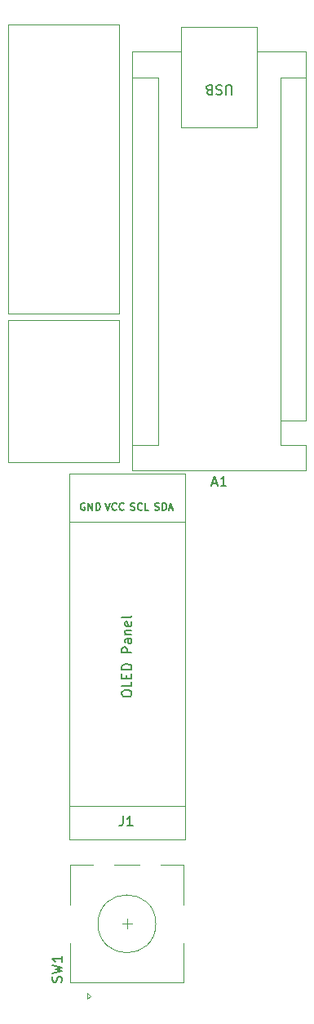
<source format=gbr>
%TF.GenerationSoftware,KiCad,Pcbnew,9.0.2*%
%TF.CreationDate,2025-08-07T20:28:25-04:00*%
%TF.ProjectId,3Dwelderpcbstuff,33447765-6c64-4657-9270-636273747566,rev?*%
%TF.SameCoordinates,Original*%
%TF.FileFunction,Legend,Top*%
%TF.FilePolarity,Positive*%
%FSLAX46Y46*%
G04 Gerber Fmt 4.6, Leading zero omitted, Abs format (unit mm)*
G04 Created by KiCad (PCBNEW 9.0.2) date 2025-08-07 20:28:25*
%MOMM*%
%LPD*%
G01*
G04 APERTURE LIST*
%ADD10C,0.150000*%
%ADD11C,0.040000*%
%ADD12C,0.120000*%
%ADD13C,0.100000*%
G04 APERTURE END LIST*
D10*
X134791666Y-120239819D02*
X134791666Y-120954104D01*
X134791666Y-120954104D02*
X134744047Y-121096961D01*
X134744047Y-121096961D02*
X134648809Y-121192200D01*
X134648809Y-121192200D02*
X134505952Y-121239819D01*
X134505952Y-121239819D02*
X134410714Y-121239819D01*
X135791666Y-121239819D02*
X135220238Y-121239819D01*
X135505952Y-121239819D02*
X135505952Y-120239819D01*
X135505952Y-120239819D02*
X135410714Y-120382676D01*
X135410714Y-120382676D02*
X135315476Y-120477914D01*
X135315476Y-120477914D02*
X135220238Y-120525533D01*
X132945000Y-87774164D02*
X133195000Y-88524164D01*
X133195000Y-88524164D02*
X133445000Y-87774164D01*
X134123571Y-88452735D02*
X134087857Y-88488450D01*
X134087857Y-88488450D02*
X133980714Y-88524164D01*
X133980714Y-88524164D02*
X133909286Y-88524164D01*
X133909286Y-88524164D02*
X133802143Y-88488450D01*
X133802143Y-88488450D02*
X133730714Y-88417021D01*
X133730714Y-88417021D02*
X133695000Y-88345592D01*
X133695000Y-88345592D02*
X133659286Y-88202735D01*
X133659286Y-88202735D02*
X133659286Y-88095592D01*
X133659286Y-88095592D02*
X133695000Y-87952735D01*
X133695000Y-87952735D02*
X133730714Y-87881307D01*
X133730714Y-87881307D02*
X133802143Y-87809878D01*
X133802143Y-87809878D02*
X133909286Y-87774164D01*
X133909286Y-87774164D02*
X133980714Y-87774164D01*
X133980714Y-87774164D02*
X134087857Y-87809878D01*
X134087857Y-87809878D02*
X134123571Y-87845592D01*
X134873571Y-88452735D02*
X134837857Y-88488450D01*
X134837857Y-88488450D02*
X134730714Y-88524164D01*
X134730714Y-88524164D02*
X134659286Y-88524164D01*
X134659286Y-88524164D02*
X134552143Y-88488450D01*
X134552143Y-88488450D02*
X134480714Y-88417021D01*
X134480714Y-88417021D02*
X134445000Y-88345592D01*
X134445000Y-88345592D02*
X134409286Y-88202735D01*
X134409286Y-88202735D02*
X134409286Y-88095592D01*
X134409286Y-88095592D02*
X134445000Y-87952735D01*
X134445000Y-87952735D02*
X134480714Y-87881307D01*
X134480714Y-87881307D02*
X134552143Y-87809878D01*
X134552143Y-87809878D02*
X134659286Y-87774164D01*
X134659286Y-87774164D02*
X134730714Y-87774164D01*
X134730714Y-87774164D02*
X134837857Y-87809878D01*
X134837857Y-87809878D02*
X134873571Y-87845592D01*
X130833571Y-87809878D02*
X130762143Y-87774164D01*
X130762143Y-87774164D02*
X130655000Y-87774164D01*
X130655000Y-87774164D02*
X130547857Y-87809878D01*
X130547857Y-87809878D02*
X130476428Y-87881307D01*
X130476428Y-87881307D02*
X130440714Y-87952735D01*
X130440714Y-87952735D02*
X130405000Y-88095592D01*
X130405000Y-88095592D02*
X130405000Y-88202735D01*
X130405000Y-88202735D02*
X130440714Y-88345592D01*
X130440714Y-88345592D02*
X130476428Y-88417021D01*
X130476428Y-88417021D02*
X130547857Y-88488450D01*
X130547857Y-88488450D02*
X130655000Y-88524164D01*
X130655000Y-88524164D02*
X130726428Y-88524164D01*
X130726428Y-88524164D02*
X130833571Y-88488450D01*
X130833571Y-88488450D02*
X130869285Y-88452735D01*
X130869285Y-88452735D02*
X130869285Y-88202735D01*
X130869285Y-88202735D02*
X130726428Y-88202735D01*
X131190714Y-88524164D02*
X131190714Y-87774164D01*
X131190714Y-87774164D02*
X131619285Y-88524164D01*
X131619285Y-88524164D02*
X131619285Y-87774164D01*
X131976428Y-88524164D02*
X131976428Y-87774164D01*
X131976428Y-87774164D02*
X132154999Y-87774164D01*
X132154999Y-87774164D02*
X132262142Y-87809878D01*
X132262142Y-87809878D02*
X132333571Y-87881307D01*
X132333571Y-87881307D02*
X132369285Y-87952735D01*
X132369285Y-87952735D02*
X132404999Y-88095592D01*
X132404999Y-88095592D02*
X132404999Y-88202735D01*
X132404999Y-88202735D02*
X132369285Y-88345592D01*
X132369285Y-88345592D02*
X132333571Y-88417021D01*
X132333571Y-88417021D02*
X132262142Y-88488450D01*
X132262142Y-88488450D02*
X132154999Y-88524164D01*
X132154999Y-88524164D02*
X131976428Y-88524164D01*
X134669819Y-107613571D02*
X134669819Y-107423095D01*
X134669819Y-107423095D02*
X134717438Y-107327857D01*
X134717438Y-107327857D02*
X134812676Y-107232619D01*
X134812676Y-107232619D02*
X135003152Y-107185000D01*
X135003152Y-107185000D02*
X135336485Y-107185000D01*
X135336485Y-107185000D02*
X135526961Y-107232619D01*
X135526961Y-107232619D02*
X135622200Y-107327857D01*
X135622200Y-107327857D02*
X135669819Y-107423095D01*
X135669819Y-107423095D02*
X135669819Y-107613571D01*
X135669819Y-107613571D02*
X135622200Y-107708809D01*
X135622200Y-107708809D02*
X135526961Y-107804047D01*
X135526961Y-107804047D02*
X135336485Y-107851666D01*
X135336485Y-107851666D02*
X135003152Y-107851666D01*
X135003152Y-107851666D02*
X134812676Y-107804047D01*
X134812676Y-107804047D02*
X134717438Y-107708809D01*
X134717438Y-107708809D02*
X134669819Y-107613571D01*
X135669819Y-106280238D02*
X135669819Y-106756428D01*
X135669819Y-106756428D02*
X134669819Y-106756428D01*
X135146009Y-105946904D02*
X135146009Y-105613571D01*
X135669819Y-105470714D02*
X135669819Y-105946904D01*
X135669819Y-105946904D02*
X134669819Y-105946904D01*
X134669819Y-105946904D02*
X134669819Y-105470714D01*
X135669819Y-105042142D02*
X134669819Y-105042142D01*
X134669819Y-105042142D02*
X134669819Y-104804047D01*
X134669819Y-104804047D02*
X134717438Y-104661190D01*
X134717438Y-104661190D02*
X134812676Y-104565952D01*
X134812676Y-104565952D02*
X134907914Y-104518333D01*
X134907914Y-104518333D02*
X135098390Y-104470714D01*
X135098390Y-104470714D02*
X135241247Y-104470714D01*
X135241247Y-104470714D02*
X135431723Y-104518333D01*
X135431723Y-104518333D02*
X135526961Y-104565952D01*
X135526961Y-104565952D02*
X135622200Y-104661190D01*
X135622200Y-104661190D02*
X135669819Y-104804047D01*
X135669819Y-104804047D02*
X135669819Y-105042142D01*
X135669819Y-103280237D02*
X134669819Y-103280237D01*
X134669819Y-103280237D02*
X134669819Y-102899285D01*
X134669819Y-102899285D02*
X134717438Y-102804047D01*
X134717438Y-102804047D02*
X134765057Y-102756428D01*
X134765057Y-102756428D02*
X134860295Y-102708809D01*
X134860295Y-102708809D02*
X135003152Y-102708809D01*
X135003152Y-102708809D02*
X135098390Y-102756428D01*
X135098390Y-102756428D02*
X135146009Y-102804047D01*
X135146009Y-102804047D02*
X135193628Y-102899285D01*
X135193628Y-102899285D02*
X135193628Y-103280237D01*
X135669819Y-101851666D02*
X135146009Y-101851666D01*
X135146009Y-101851666D02*
X135050771Y-101899285D01*
X135050771Y-101899285D02*
X135003152Y-101994523D01*
X135003152Y-101994523D02*
X135003152Y-102184999D01*
X135003152Y-102184999D02*
X135050771Y-102280237D01*
X135622200Y-101851666D02*
X135669819Y-101946904D01*
X135669819Y-101946904D02*
X135669819Y-102184999D01*
X135669819Y-102184999D02*
X135622200Y-102280237D01*
X135622200Y-102280237D02*
X135526961Y-102327856D01*
X135526961Y-102327856D02*
X135431723Y-102327856D01*
X135431723Y-102327856D02*
X135336485Y-102280237D01*
X135336485Y-102280237D02*
X135288866Y-102184999D01*
X135288866Y-102184999D02*
X135288866Y-101946904D01*
X135288866Y-101946904D02*
X135241247Y-101851666D01*
X135003152Y-101375475D02*
X135669819Y-101375475D01*
X135098390Y-101375475D02*
X135050771Y-101327856D01*
X135050771Y-101327856D02*
X135003152Y-101232618D01*
X135003152Y-101232618D02*
X135003152Y-101089761D01*
X135003152Y-101089761D02*
X135050771Y-100994523D01*
X135050771Y-100994523D02*
X135146009Y-100946904D01*
X135146009Y-100946904D02*
X135669819Y-100946904D01*
X135622200Y-100089761D02*
X135669819Y-100184999D01*
X135669819Y-100184999D02*
X135669819Y-100375475D01*
X135669819Y-100375475D02*
X135622200Y-100470713D01*
X135622200Y-100470713D02*
X135526961Y-100518332D01*
X135526961Y-100518332D02*
X135146009Y-100518332D01*
X135146009Y-100518332D02*
X135050771Y-100470713D01*
X135050771Y-100470713D02*
X135003152Y-100375475D01*
X135003152Y-100375475D02*
X135003152Y-100184999D01*
X135003152Y-100184999D02*
X135050771Y-100089761D01*
X135050771Y-100089761D02*
X135146009Y-100042142D01*
X135146009Y-100042142D02*
X135241247Y-100042142D01*
X135241247Y-100042142D02*
X135336485Y-100518332D01*
X135669819Y-99470713D02*
X135622200Y-99565951D01*
X135622200Y-99565951D02*
X135526961Y-99613570D01*
X135526961Y-99613570D02*
X134669819Y-99613570D01*
X138114286Y-88488450D02*
X138221429Y-88524164D01*
X138221429Y-88524164D02*
X138400000Y-88524164D01*
X138400000Y-88524164D02*
X138471429Y-88488450D01*
X138471429Y-88488450D02*
X138507143Y-88452735D01*
X138507143Y-88452735D02*
X138542857Y-88381307D01*
X138542857Y-88381307D02*
X138542857Y-88309878D01*
X138542857Y-88309878D02*
X138507143Y-88238450D01*
X138507143Y-88238450D02*
X138471429Y-88202735D01*
X138471429Y-88202735D02*
X138400000Y-88167021D01*
X138400000Y-88167021D02*
X138257143Y-88131307D01*
X138257143Y-88131307D02*
X138185714Y-88095592D01*
X138185714Y-88095592D02*
X138150000Y-88059878D01*
X138150000Y-88059878D02*
X138114286Y-87988450D01*
X138114286Y-87988450D02*
X138114286Y-87917021D01*
X138114286Y-87917021D02*
X138150000Y-87845592D01*
X138150000Y-87845592D02*
X138185714Y-87809878D01*
X138185714Y-87809878D02*
X138257143Y-87774164D01*
X138257143Y-87774164D02*
X138435714Y-87774164D01*
X138435714Y-87774164D02*
X138542857Y-87809878D01*
X138864286Y-88524164D02*
X138864286Y-87774164D01*
X138864286Y-87774164D02*
X139042857Y-87774164D01*
X139042857Y-87774164D02*
X139150000Y-87809878D01*
X139150000Y-87809878D02*
X139221429Y-87881307D01*
X139221429Y-87881307D02*
X139257143Y-87952735D01*
X139257143Y-87952735D02*
X139292857Y-88095592D01*
X139292857Y-88095592D02*
X139292857Y-88202735D01*
X139292857Y-88202735D02*
X139257143Y-88345592D01*
X139257143Y-88345592D02*
X139221429Y-88417021D01*
X139221429Y-88417021D02*
X139150000Y-88488450D01*
X139150000Y-88488450D02*
X139042857Y-88524164D01*
X139042857Y-88524164D02*
X138864286Y-88524164D01*
X139578572Y-88309878D02*
X139935715Y-88309878D01*
X139507143Y-88524164D02*
X139757143Y-87774164D01*
X139757143Y-87774164D02*
X140007143Y-88524164D01*
X135592143Y-88488450D02*
X135699286Y-88524164D01*
X135699286Y-88524164D02*
X135877857Y-88524164D01*
X135877857Y-88524164D02*
X135949286Y-88488450D01*
X135949286Y-88488450D02*
X135985000Y-88452735D01*
X135985000Y-88452735D02*
X136020714Y-88381307D01*
X136020714Y-88381307D02*
X136020714Y-88309878D01*
X136020714Y-88309878D02*
X135985000Y-88238450D01*
X135985000Y-88238450D02*
X135949286Y-88202735D01*
X135949286Y-88202735D02*
X135877857Y-88167021D01*
X135877857Y-88167021D02*
X135735000Y-88131307D01*
X135735000Y-88131307D02*
X135663571Y-88095592D01*
X135663571Y-88095592D02*
X135627857Y-88059878D01*
X135627857Y-88059878D02*
X135592143Y-87988450D01*
X135592143Y-87988450D02*
X135592143Y-87917021D01*
X135592143Y-87917021D02*
X135627857Y-87845592D01*
X135627857Y-87845592D02*
X135663571Y-87809878D01*
X135663571Y-87809878D02*
X135735000Y-87774164D01*
X135735000Y-87774164D02*
X135913571Y-87774164D01*
X135913571Y-87774164D02*
X136020714Y-87809878D01*
X136770714Y-88452735D02*
X136735000Y-88488450D01*
X136735000Y-88488450D02*
X136627857Y-88524164D01*
X136627857Y-88524164D02*
X136556429Y-88524164D01*
X136556429Y-88524164D02*
X136449286Y-88488450D01*
X136449286Y-88488450D02*
X136377857Y-88417021D01*
X136377857Y-88417021D02*
X136342143Y-88345592D01*
X136342143Y-88345592D02*
X136306429Y-88202735D01*
X136306429Y-88202735D02*
X136306429Y-88095592D01*
X136306429Y-88095592D02*
X136342143Y-87952735D01*
X136342143Y-87952735D02*
X136377857Y-87881307D01*
X136377857Y-87881307D02*
X136449286Y-87809878D01*
X136449286Y-87809878D02*
X136556429Y-87774164D01*
X136556429Y-87774164D02*
X136627857Y-87774164D01*
X136627857Y-87774164D02*
X136735000Y-87809878D01*
X136735000Y-87809878D02*
X136770714Y-87845592D01*
X137449286Y-88524164D02*
X137092143Y-88524164D01*
X137092143Y-88524164D02*
X137092143Y-87774164D01*
X128407200Y-137433332D02*
X128454819Y-137290475D01*
X128454819Y-137290475D02*
X128454819Y-137052380D01*
X128454819Y-137052380D02*
X128407200Y-136957142D01*
X128407200Y-136957142D02*
X128359580Y-136909523D01*
X128359580Y-136909523D02*
X128264342Y-136861904D01*
X128264342Y-136861904D02*
X128169104Y-136861904D01*
X128169104Y-136861904D02*
X128073866Y-136909523D01*
X128073866Y-136909523D02*
X128026247Y-136957142D01*
X128026247Y-136957142D02*
X127978628Y-137052380D01*
X127978628Y-137052380D02*
X127931009Y-137242856D01*
X127931009Y-137242856D02*
X127883390Y-137338094D01*
X127883390Y-137338094D02*
X127835771Y-137385713D01*
X127835771Y-137385713D02*
X127740533Y-137433332D01*
X127740533Y-137433332D02*
X127645295Y-137433332D01*
X127645295Y-137433332D02*
X127550057Y-137385713D01*
X127550057Y-137385713D02*
X127502438Y-137338094D01*
X127502438Y-137338094D02*
X127454819Y-137242856D01*
X127454819Y-137242856D02*
X127454819Y-137004761D01*
X127454819Y-137004761D02*
X127502438Y-136861904D01*
X127454819Y-136528570D02*
X128454819Y-136290475D01*
X128454819Y-136290475D02*
X127740533Y-136099999D01*
X127740533Y-136099999D02*
X128454819Y-135909523D01*
X128454819Y-135909523D02*
X127454819Y-135671428D01*
X128454819Y-134766666D02*
X128454819Y-135338094D01*
X128454819Y-135052380D02*
X127454819Y-135052380D01*
X127454819Y-135052380D02*
X127597676Y-135147618D01*
X127597676Y-135147618D02*
X127692914Y-135242856D01*
X127692914Y-135242856D02*
X127740533Y-135338094D01*
X144075714Y-85699104D02*
X144551904Y-85699104D01*
X143980476Y-85984819D02*
X144313809Y-84984819D01*
X144313809Y-84984819D02*
X144647142Y-85984819D01*
X145504285Y-85984819D02*
X144932857Y-85984819D01*
X145218571Y-85984819D02*
X145218571Y-84984819D01*
X145218571Y-84984819D02*
X145123333Y-85127676D01*
X145123333Y-85127676D02*
X145028095Y-85222914D01*
X145028095Y-85222914D02*
X144932857Y-85270533D01*
X146051904Y-45435180D02*
X146051904Y-44625657D01*
X146051904Y-44625657D02*
X146004285Y-44530419D01*
X146004285Y-44530419D02*
X145956666Y-44482800D01*
X145956666Y-44482800D02*
X145861428Y-44435180D01*
X145861428Y-44435180D02*
X145670952Y-44435180D01*
X145670952Y-44435180D02*
X145575714Y-44482800D01*
X145575714Y-44482800D02*
X145528095Y-44530419D01*
X145528095Y-44530419D02*
X145480476Y-44625657D01*
X145480476Y-44625657D02*
X145480476Y-45435180D01*
X145051904Y-44482800D02*
X144909047Y-44435180D01*
X144909047Y-44435180D02*
X144670952Y-44435180D01*
X144670952Y-44435180D02*
X144575714Y-44482800D01*
X144575714Y-44482800D02*
X144528095Y-44530419D01*
X144528095Y-44530419D02*
X144480476Y-44625657D01*
X144480476Y-44625657D02*
X144480476Y-44720895D01*
X144480476Y-44720895D02*
X144528095Y-44816133D01*
X144528095Y-44816133D02*
X144575714Y-44863752D01*
X144575714Y-44863752D02*
X144670952Y-44911371D01*
X144670952Y-44911371D02*
X144861428Y-44958990D01*
X144861428Y-44958990D02*
X144956666Y-45006609D01*
X144956666Y-45006609D02*
X145004285Y-45054228D01*
X145004285Y-45054228D02*
X145051904Y-45149466D01*
X145051904Y-45149466D02*
X145051904Y-45244704D01*
X145051904Y-45244704D02*
X145004285Y-45339942D01*
X145004285Y-45339942D02*
X144956666Y-45387561D01*
X144956666Y-45387561D02*
X144861428Y-45435180D01*
X144861428Y-45435180D02*
X144623333Y-45435180D01*
X144623333Y-45435180D02*
X144480476Y-45387561D01*
X143718571Y-44958990D02*
X143575714Y-44911371D01*
X143575714Y-44911371D02*
X143528095Y-44863752D01*
X143528095Y-44863752D02*
X143480476Y-44768514D01*
X143480476Y-44768514D02*
X143480476Y-44625657D01*
X143480476Y-44625657D02*
X143528095Y-44530419D01*
X143528095Y-44530419D02*
X143575714Y-44482800D01*
X143575714Y-44482800D02*
X143670952Y-44435180D01*
X143670952Y-44435180D02*
X144051904Y-44435180D01*
X144051904Y-44435180D02*
X144051904Y-45435180D01*
X144051904Y-45435180D02*
X143718571Y-45435180D01*
X143718571Y-45435180D02*
X143623333Y-45387561D01*
X143623333Y-45387561D02*
X143575714Y-45339942D01*
X143575714Y-45339942D02*
X143528095Y-45244704D01*
X143528095Y-45244704D02*
X143528095Y-45149466D01*
X143528095Y-45149466D02*
X143575714Y-45054228D01*
X143575714Y-45054228D02*
X143623333Y-45006609D01*
X143623333Y-45006609D02*
X143718571Y-44958990D01*
X143718571Y-44958990D02*
X144051904Y-44958990D01*
D11*
%TO.C,J1*%
X129215000Y-84685000D02*
X129215000Y-122685000D01*
X129215000Y-89685000D02*
X141215000Y-89685000D01*
X129215000Y-119185000D02*
X141215000Y-119185000D01*
X129215000Y-122685000D02*
X141215000Y-122685000D01*
X141215000Y-84685000D02*
X129215000Y-84685000D01*
X141215000Y-122685000D02*
X141215000Y-84685000D01*
D12*
%TO.C,SW1*%
X129300000Y-125300000D02*
X131700000Y-125300000D01*
X129300000Y-129400000D02*
X129300000Y-125300000D01*
X129300000Y-133400000D02*
X129300000Y-137500000D01*
X129300000Y-137500000D02*
X141100000Y-137500000D01*
X131100000Y-138600000D02*
X131400000Y-138900000D01*
X131100000Y-139200000D02*
X131100000Y-138600000D01*
X131400000Y-138900000D02*
X131100000Y-139200000D01*
X133900000Y-125300000D02*
X136500000Y-125300000D01*
X134700000Y-131400000D02*
X135700000Y-131400000D01*
X135200000Y-131900000D02*
X135200000Y-130900000D01*
X138700000Y-125300000D02*
X141100000Y-125300000D01*
X141100000Y-125300000D02*
X141100000Y-129400000D01*
X141100000Y-133400000D02*
X141100000Y-137500000D01*
X138200000Y-131400000D02*
G75*
G02*
X132200000Y-131400000I-3000000J0D01*
G01*
X132200000Y-131400000D02*
G75*
G02*
X138200000Y-131400000I3000000J0D01*
G01*
%TO.C,J6*%
D13*
X134350000Y-68830000D02*
X122850000Y-68830000D01*
X122850000Y-83570000D01*
X134350000Y-83570000D01*
X134350000Y-68830000D01*
%TO.C,J2*%
X134350000Y-38180000D02*
X122850000Y-38180000D01*
X122850000Y-68160000D01*
X134350000Y-68160000D01*
X134350000Y-38180000D01*
D12*
%TO.C,A1*%
X135770000Y-40950000D02*
X135770000Y-84390000D01*
X135770000Y-40950000D02*
X140850000Y-40950000D01*
X135770000Y-84390000D02*
X153810000Y-84390000D01*
X138440000Y-43620000D02*
X135770000Y-43620000D01*
X138440000Y-81720000D02*
X135770000Y-81720000D01*
X138440000Y-81720000D02*
X138440000Y-43620000D01*
X140850000Y-38410000D02*
X148730000Y-38410000D01*
X140850000Y-48830000D02*
X140850000Y-38410000D01*
X148730000Y-38410000D02*
X148730000Y-48830000D01*
X148730000Y-48830000D02*
X140850000Y-48830000D01*
X151140000Y-43620000D02*
X153810000Y-43620000D01*
X151140000Y-79180000D02*
X151140000Y-43620000D01*
X151140000Y-79180000D02*
X151140000Y-81720000D01*
X151140000Y-79180000D02*
X153810000Y-79180000D01*
X151140000Y-81720000D02*
X153810000Y-81720000D01*
X153810000Y-40950000D02*
X148730000Y-40950000D01*
X153810000Y-79180000D02*
X153810000Y-40950000D01*
X153810000Y-84390000D02*
X153810000Y-81720000D01*
%TD*%
M02*

</source>
